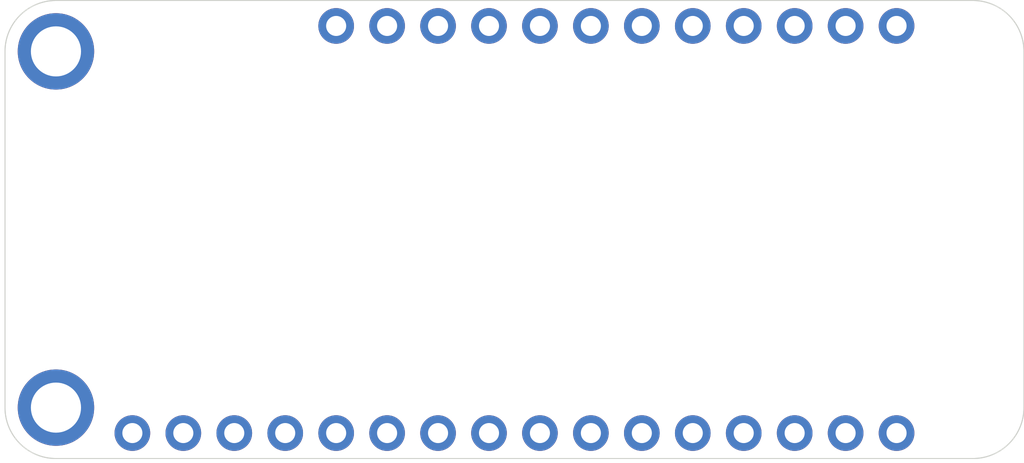
<source format=kicad_pcb>
(kicad_pcb (version 20241229) (generator "pcbnew") (generator_version "9.0")
  (layers (0 "F.Cu" signal) (2 "B.Cu" signal) (13 "F.Paste" user) (15 "B.Paste" user) (5 "F.SilkS" user "F.Silkscreen") (7 "B.SilkS" user "B.Silkscreen") (1 "F.Mask" user) (3 "B.Mask" user) (25 "Edge.Cuts" user))
  (net 0 "")
  (net 1 "N$2")
  (net 2 "N$4")
  (net 3 "N$6")
  (net 4 "N$7")
  (net 5 "N$8")
  (net 6 "N$9")
  (net 7 "N$10")
  (net 8 "N$11")
  (net 9 "N$12")
  (net 10 "N$13")
  (net 11 "N$14")
  (net 12 "N$15")
  (net 13 "GND")
  (net 14 "AREF")
  (net 15 "3V")
  (net 16 "N$18")
  (net 17 "VBAT")
  (net 18 "N$1")
  (net 19 "USB")
  (net 20 "N$3")
  (net 21 "N$5")
  (net 22 "N$19")
  (net 23 "N$20")
  (net 24 "N$21")
  (net 25 "N$22")
  (net 26 "N$23")
  (net 27 "N$24")
  (net 28 "N$25")
  (footprint "featherwing_template:FEATHERWING" (layer "F.Cu") (at 123.1011 116.4336)
    (property "Reference" "MS1" (hide yes))
    (property "Value" "FEATHERWING" (hide yes))
    (fp_line (start 0 -20.32) (end 0 -2.54) (stroke (width 0.05)) (layer "Edge.Cuts"))
    (fp_line (start 2.54 0) (end 48.26 0) (stroke (width 0.05)) (layer "Edge.Cuts"))
    (fp_line (start 48.26 -22.86) (end 2.54 -22.86) (stroke (width 0.05)) (layer "Edge.Cuts"))
    (fp_line (start 50.8 -2.54) (end 50.8 -20.32) (stroke (width 0.05)) (layer "Edge.Cuts"))
    (fp_arc (start 0 -20.32) (mid 0.743949 -22.116051) (end 2.54 -22.86) (stroke (width 0.05)) (layer "Edge.Cuts"))
    (fp_arc (start 2.54 0) (mid 0.743949 -0.743949) (end 0 -2.54) (stroke (width 0.05)) (layer "Edge.Cuts"))
    (fp_arc (start 48.26 -22.86) (mid 50.056051 -22.116051) (end 50.8 -20.32) (stroke (width 0.05)) (layer "Edge.Cuts"))
    (fp_arc (start 50.8 -2.54) (mid 50.056051 -0.743949) (end 48.26 0) (stroke (width 0.05)) (layer "Edge.Cuts"))
    (pad "" np_thru_hole circle (at 48.26 -20.32) (size 2.54 2.54) (drill 2.54) (layers "*.Cu" "*.Mask"))
    (pad "" np_thru_hole circle (at 48.26 -2.54) (size 2.54 2.54) (drill 2.54) (layers "*.Cu" "*.Mask"))
    (pad "1" thru_hole circle (at 6.35 -1.27) (size 1.778 1.778) (drill 1) (layers "*.Cu" "*.Mask") (net 16 "N$18"))
    (pad "2" thru_hole circle (at 8.89 -1.27) (size 1.778 1.778) (drill 1) (layers "*.Cu" "*.Mask") (net 15 "3V"))
    (pad "3" thru_hole circle (at 11.43 -1.27) (size 1.778 1.778) (drill 1) (layers "*.Cu" "*.Mask") (net 14 "AREF"))
    (pad "4" thru_hole circle (at 13.97 -1.27) (size 1.778 1.778) (drill 1) (layers "*.Cu" "*.Mask") (net 13 "GND"))
    (pad "5" thru_hole circle (at 16.51 -1.27) (size 1.778 1.778) (drill 1) (layers "*.Cu" "*.Mask") (net 12 "N$15"))
    (pad "6" thru_hole circle (at 19.05 -1.27) (size 1.778 1.778) (drill 1) (layers "*.Cu" "*.Mask") (net 11 "N$14"))
    (pad "7" thru_hole circle (at 21.59 -1.27) (size 1.778 1.778) (drill 1) (layers "*.Cu" "*.Mask") (net 10 "N$13"))
    (pad "8" thru_hole circle (at 24.13 -1.27) (size 1.778 1.778) (drill 1) (layers "*.Cu" "*.Mask") (net 9 "N$12"))
    (pad "9" thru_hole circle (at 26.67 -1.27) (size 1.778 1.778) (drill 1) (layers "*.Cu" "*.Mask") (net 8 "N$11"))
    (pad "10" thru_hole circle (at 29.21 -1.27) (size 1.778 1.778) (drill 1) (layers "*.Cu" "*.Mask") (net 7 "N$10"))
    (pad "11" thru_hole circle (at 31.75 -1.27) (size 1.778 1.778) (drill 1) (layers "*.Cu" "*.Mask") (net 6 "N$9"))
    (pad "12" thru_hole circle (at 34.29 -1.27) (size 1.778 1.778) (drill 1) (layers "*.Cu" "*.Mask") (net 5 "N$8"))
    (pad "13" thru_hole circle (at 36.83 -1.27) (size 1.778 1.778) (drill 1) (layers "*.Cu" "*.Mask") (net 4 "N$7"))
    (pad "14" thru_hole circle (at 39.37 -1.27) (size 1.778 1.778) (drill 1) (layers "*.Cu" "*.Mask") (net 3 "N$6"))
    (pad "15" thru_hole circle (at 41.91 -1.27) (size 1.778 1.778) (drill 1) (layers "*.Cu" "*.Mask") (net 2 "N$4"))
    (pad "16" thru_hole circle (at 44.45 -1.27) (size 1.778 1.778) (drill 1) (layers "*.Cu" "*.Mask") (net 1 "N$2"))
    (pad "17" thru_hole circle (at 44.45 -21.59) (size 1.778 1.778) (drill 1) (layers "*.Cu" "*.Mask") (net 28 "N$25"))
    (pad "18" thru_hole circle (at 41.91 -21.59) (size 1.778 1.778) (drill 1) (layers "*.Cu" "*.Mask") (net 27 "N$24"))
    (pad "19" thru_hole circle (at 39.37 -21.59) (size 1.778 1.778) (drill 1) (layers "*.Cu" "*.Mask") (net 26 "N$23"))
    (pad "20" thru_hole circle (at 36.83 -21.59) (size 1.778 1.778) (drill 1) (layers "*.Cu" "*.Mask") (net 25 "N$22"))
    (pad "21" thru_hole circle (at 34.29 -21.59) (size 1.778 1.778) (drill 1) (layers "*.Cu" "*.Mask") (net 24 "N$21"))
    (pad "22" thru_hole circle (at 31.75 -21.59) (size 1.778 1.778) (drill 1) (layers "*.Cu" "*.Mask") (net 23 "N$20"))
    (pad "23" thru_hole circle (at 29.21 -21.59) (size 1.778 1.778) (drill 1) (layers "*.Cu" "*.Mask") (net 22 "N$19"))
    (pad "24" thru_hole circle (at 26.67 -21.59) (size 1.778 1.778) (drill 1) (layers "*.Cu" "*.Mask") (net 21 "N$5"))
    (pad "25" thru_hole circle (at 24.13 -21.59) (size 1.778 1.778) (drill 1) (layers "*.Cu" "*.Mask") (net 20 "N$3"))
    (pad "26" thru_hole circle (at 21.59 -21.59) (size 1.778 1.778) (drill 1) (layers "*.Cu" "*.Mask") (net 19 "USB"))
    (pad "27" thru_hole circle (at 19.05 -21.59) (size 1.778 1.778) (drill 1) (layers "*.Cu" "*.Mask") (net 18 "N$1"))
    (pad "28" thru_hole circle (at 16.51 -21.59) (size 1.778 1.778) (drill 1) (layers "*.Cu" "*.Mask") (net 17 "VBAT"))
    (pad "P$1" thru_hole circle (at 2.54 -20.32) (size 3.81 3.81) (drill 2.5) (layers "*.Cu" "*.Mask"))
    (pad "P$2" thru_hole circle (at 2.54 -2.54) (size 3.81 3.81) (drill 2.5) (layers "*.Cu" "*.Mask"))
  )
  (gr_arc (start 173.9011 113.8936) (mid 173.157151 115.689651) (end 171.3611 116.4336) (stroke (width 0.05)) (layer "Edge.Cuts"))
  (gr_line (start 173.9011 96.1136) (end 173.9011 113.8936) (stroke (width 0.05)) (layer "Edge.Cuts"))
  (gr_arc (start 125.6411 116.4336) (mid 123.845049 115.689651) (end 123.1011 113.8936) (stroke (width 0.05)) (layer "Edge.Cuts"))
  (gr_line (start 123.1011 113.8936) (end 123.1011 96.1136) (stroke (width 0.05)) (layer "Edge.Cuts"))
  (gr_arc (start 171.3611 93.5736) (mid 173.157151 94.317549) (end 173.9011 96.1136) (stroke (width 0.05)) (layer "Edge.Cuts"))
  (gr_arc (start 123.1011 96.1136) (mid 123.845049 94.317549) (end 125.6411 93.5736) (stroke (width 0.05)) (layer "Edge.Cuts"))
  (gr_line (start 125.6411 93.5736) (end 171.3611 93.5736) (stroke (width 0.05)) (layer "Edge.Cuts"))
  (gr_line (start 171.3611 116.4336) (end 125.6411 116.4336) (stroke (width 0.05)) (layer "Edge.Cuts"))
)
</source>
